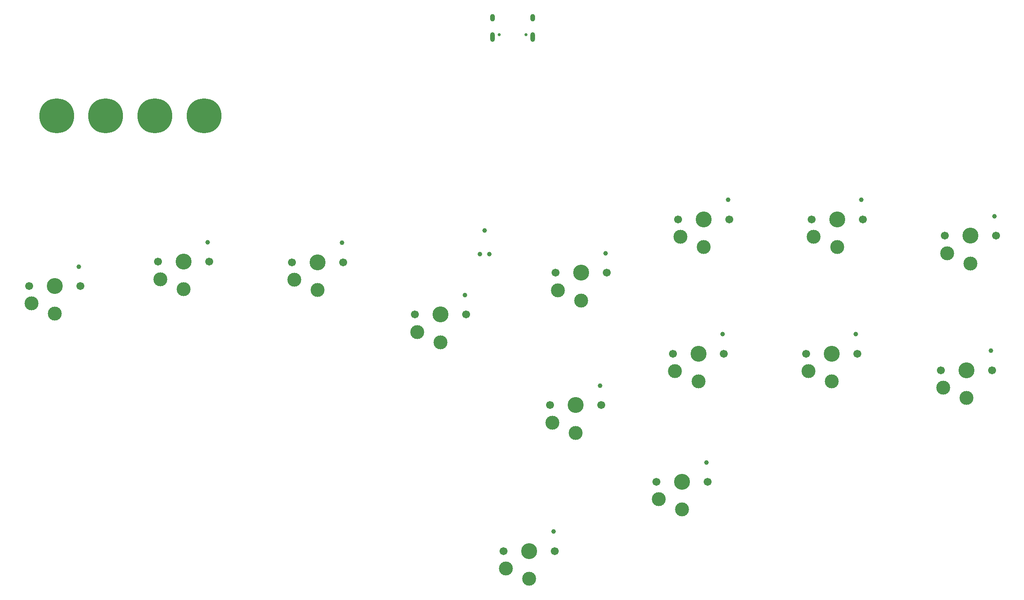
<source format=gbr>
%TF.GenerationSoftware,KiCad,Pcbnew,7.0.10*%
%TF.CreationDate,2024-01-11T05:44:04-06:00*%
%TF.ProjectId,hitbox no passthrough,68697462-6f78-4206-9e6f-207061737374,rev?*%
%TF.SameCoordinates,Original*%
%TF.FileFunction,Soldermask,Top*%
%TF.FilePolarity,Negative*%
%FSLAX46Y46*%
G04 Gerber Fmt 4.6, Leading zero omitted, Abs format (unit mm)*
G04 Created by KiCad (PCBNEW 7.0.10) date 2024-01-11 05:44:04*
%MOMM*%
%LPD*%
G01*
G04 APERTURE LIST*
%ADD10C,7.500000*%
%ADD11C,1.701800*%
%ADD12C,3.000000*%
%ADD13C,3.429000*%
%ADD14C,0.990600*%
%ADD15C,0.650000*%
%ADD16O,1.000000X1.600000*%
%ADD17O,1.000000X2.100000*%
G04 APERTURE END LIST*
D10*
%TO.C,SW5*%
X82158463Y-35088388D03*
%TD*%
D11*
%TO.C,CH2*%
X72216721Y-66472590D03*
D12*
X72716721Y-70222590D03*
D13*
X77716721Y-66472590D03*
D12*
X77716721Y-72422590D03*
D14*
X82936721Y-62272590D03*
D11*
X83216721Y-66472590D03*
%TD*%
%TO.C,CH13*%
X179350386Y-113797778D03*
D12*
X179850386Y-117547778D03*
D13*
X184850386Y-113797778D03*
D12*
X184850386Y-119747778D03*
D14*
X190070386Y-109597778D03*
D11*
X190350386Y-113797778D03*
%TD*%
D10*
%TO.C,SW3*%
X61012203Y-35088387D03*
%TD*%
%TO.C,SW2*%
X50439074Y-35088388D03*
%TD*%
D11*
%TO.C,CH14*%
X146512509Y-128660135D03*
D12*
X147012509Y-132410135D03*
D13*
X152012509Y-128660135D03*
D12*
X152012509Y-134610135D03*
D14*
X157232509Y-124460135D03*
D11*
X157512509Y-128660135D03*
%TD*%
%TO.C,CH9*%
X156509776Y-97311278D03*
D12*
X157009776Y-101061278D03*
D13*
X162009776Y-97311278D03*
D12*
X162009776Y-103261278D03*
D14*
X167229776Y-93111278D03*
D11*
X167509776Y-97311278D03*
%TD*%
%TO.C,CH5*%
X157664973Y-68850832D03*
D12*
X158164973Y-72600832D03*
D13*
X163164973Y-68850832D03*
D12*
X163164973Y-74800832D03*
D14*
X168384973Y-64650832D03*
D11*
X168664973Y-68850832D03*
%TD*%
%TO.C,CH8*%
X241296067Y-60903879D03*
D12*
X241796067Y-64653879D03*
D13*
X246796067Y-60903879D03*
D12*
X246796067Y-66853879D03*
D14*
X252016067Y-56703879D03*
D11*
X252296067Y-60903879D03*
%TD*%
%TO.C,CH6*%
X184032267Y-57376101D03*
D12*
X184532267Y-61126101D03*
D13*
X189532267Y-57376101D03*
D12*
X189532267Y-63326101D03*
D14*
X194752267Y-53176101D03*
D11*
X195032267Y-57376101D03*
%TD*%
D10*
%TO.C,SW4*%
X71585333Y-35088386D03*
%TD*%
D11*
%TO.C,CH4*%
X127445439Y-77825995D03*
D12*
X127945439Y-81575995D03*
D13*
X132945439Y-77825995D03*
D12*
X132945439Y-83775995D03*
D14*
X138165439Y-73625995D03*
D11*
X138445439Y-77825995D03*
%TD*%
%TO.C,CH11*%
X211480520Y-86270000D03*
D12*
X211980520Y-90020000D03*
D13*
X216980520Y-86270000D03*
D12*
X216980520Y-92220000D03*
D14*
X222200520Y-82070000D03*
D11*
X222480520Y-86270000D03*
%TD*%
%TO.C,CH7*%
X212664167Y-57376101D03*
D12*
X213164167Y-61126101D03*
D13*
X218164167Y-57376101D03*
D12*
X218164167Y-63326101D03*
D14*
X223384167Y-53176101D03*
D11*
X223664167Y-57376101D03*
%TD*%
%TO.C,CH1*%
X44527250Y-71717684D03*
D12*
X45027250Y-75467684D03*
D13*
X50027250Y-71717684D03*
D12*
X50027250Y-77667684D03*
D14*
X55247250Y-67517684D03*
D11*
X55527250Y-71717684D03*
%TD*%
%TO.C,CH12*%
X240479422Y-89797778D03*
D12*
X240979422Y-93547778D03*
D13*
X245979422Y-89797778D03*
D12*
X245979422Y-95747778D03*
D14*
X251199422Y-85597778D03*
D11*
X251479422Y-89797778D03*
%TD*%
%TO.C,CH3*%
X101044006Y-66617684D03*
D12*
X101544006Y-70367684D03*
D13*
X106544006Y-66617684D03*
D12*
X106544006Y-72567684D03*
D14*
X111764006Y-62417684D03*
D11*
X112044006Y-66617684D03*
%TD*%
%TO.C,CH10*%
X182860000Y-86270000D03*
D12*
X183360000Y-90020000D03*
D13*
X188360000Y-86270000D03*
D12*
X188360000Y-92220000D03*
D14*
X193580000Y-82070000D03*
D11*
X193860000Y-86270000D03*
%TD*%
D14*
%TO.C,J2*%
X142385262Y-59786059D03*
X143401262Y-64866059D03*
X141369262Y-64866059D03*
%TD*%
D15*
%TO.C,J3*%
X145521668Y-17700000D03*
X151301668Y-17700000D03*
D16*
X144091668Y-14050000D03*
D17*
X144091668Y-18230000D03*
D16*
X152731668Y-14050000D03*
D17*
X152731668Y-18230000D03*
%TD*%
M02*

</source>
